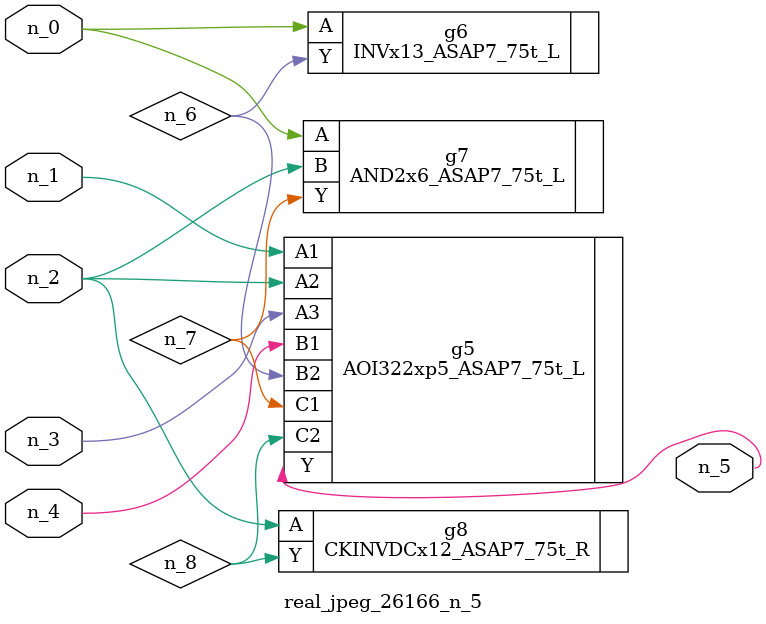
<source format=v>
module real_jpeg_26166_n_5 (n_4, n_0, n_1, n_2, n_3, n_5);

input n_4;
input n_0;
input n_1;
input n_2;
input n_3;

output n_5;

wire n_8;
wire n_6;
wire n_7;

INVx13_ASAP7_75t_L g6 ( 
.A(n_0),
.Y(n_6)
);

AND2x6_ASAP7_75t_L g7 ( 
.A(n_0),
.B(n_2),
.Y(n_7)
);

AOI322xp5_ASAP7_75t_L g5 ( 
.A1(n_1),
.A2(n_2),
.A3(n_3),
.B1(n_4),
.B2(n_6),
.C1(n_7),
.C2(n_8),
.Y(n_5)
);

CKINVDCx12_ASAP7_75t_R g8 ( 
.A(n_2),
.Y(n_8)
);


endmodule
</source>
